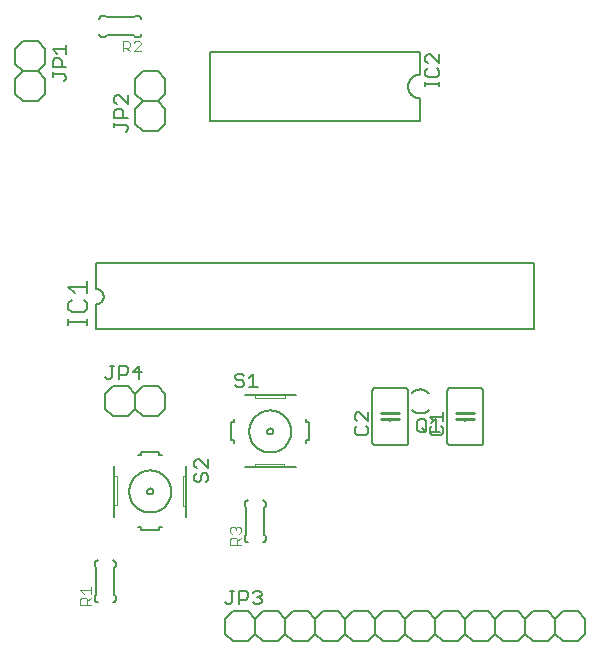
<source format=gto>
G75*
%MOIN*%
%OFA0B0*%
%FSLAX25Y25*%
%IPPOS*%
%LPD*%
%AMOC8*
5,1,8,0,0,1.08239X$1,22.5*
%
%ADD10C,0.00600*%
%ADD11C,0.01000*%
%ADD12C,0.00500*%
%ADD13C,0.00700*%
%ADD14C,0.00400*%
%ADD15C,0.00200*%
D10*
X0043300Y0040800D02*
X0043300Y0041800D01*
X0043800Y0042300D01*
X0043800Y0051300D01*
X0043300Y0051800D01*
X0043300Y0052800D01*
X0043302Y0052860D01*
X0043307Y0052921D01*
X0043316Y0052980D01*
X0043329Y0053039D01*
X0043345Y0053098D01*
X0043365Y0053155D01*
X0043388Y0053210D01*
X0043415Y0053265D01*
X0043444Y0053317D01*
X0043477Y0053368D01*
X0043513Y0053417D01*
X0043551Y0053463D01*
X0043593Y0053507D01*
X0043637Y0053549D01*
X0043683Y0053587D01*
X0043732Y0053623D01*
X0043783Y0053656D01*
X0043835Y0053685D01*
X0043890Y0053712D01*
X0043945Y0053735D01*
X0044002Y0053755D01*
X0044061Y0053771D01*
X0044120Y0053784D01*
X0044179Y0053793D01*
X0044240Y0053798D01*
X0044300Y0053800D01*
X0049300Y0053800D02*
X0049360Y0053798D01*
X0049421Y0053793D01*
X0049480Y0053784D01*
X0049539Y0053771D01*
X0049598Y0053755D01*
X0049655Y0053735D01*
X0049710Y0053712D01*
X0049765Y0053685D01*
X0049817Y0053656D01*
X0049868Y0053623D01*
X0049917Y0053587D01*
X0049963Y0053549D01*
X0050007Y0053507D01*
X0050049Y0053463D01*
X0050087Y0053417D01*
X0050123Y0053368D01*
X0050156Y0053317D01*
X0050185Y0053265D01*
X0050212Y0053210D01*
X0050235Y0053155D01*
X0050255Y0053098D01*
X0050271Y0053039D01*
X0050284Y0052980D01*
X0050293Y0052921D01*
X0050298Y0052860D01*
X0050300Y0052800D01*
X0050300Y0051800D01*
X0049800Y0051300D01*
X0049800Y0042300D01*
X0050300Y0041800D01*
X0050300Y0040800D01*
X0050298Y0040740D01*
X0050293Y0040679D01*
X0050284Y0040620D01*
X0050271Y0040561D01*
X0050255Y0040502D01*
X0050235Y0040445D01*
X0050212Y0040390D01*
X0050185Y0040335D01*
X0050156Y0040283D01*
X0050123Y0040232D01*
X0050087Y0040183D01*
X0050049Y0040137D01*
X0050007Y0040093D01*
X0049963Y0040051D01*
X0049917Y0040013D01*
X0049868Y0039977D01*
X0049817Y0039944D01*
X0049765Y0039915D01*
X0049710Y0039888D01*
X0049655Y0039865D01*
X0049598Y0039845D01*
X0049539Y0039829D01*
X0049480Y0039816D01*
X0049421Y0039807D01*
X0049360Y0039802D01*
X0049300Y0039800D01*
X0044300Y0039800D02*
X0044240Y0039802D01*
X0044179Y0039807D01*
X0044120Y0039816D01*
X0044061Y0039829D01*
X0044002Y0039845D01*
X0043945Y0039865D01*
X0043890Y0039888D01*
X0043835Y0039915D01*
X0043783Y0039944D01*
X0043732Y0039977D01*
X0043683Y0040013D01*
X0043637Y0040051D01*
X0043593Y0040093D01*
X0043551Y0040137D01*
X0043513Y0040183D01*
X0043477Y0040232D01*
X0043444Y0040283D01*
X0043415Y0040335D01*
X0043388Y0040390D01*
X0043365Y0040445D01*
X0043345Y0040502D01*
X0043329Y0040561D01*
X0043316Y0040620D01*
X0043307Y0040679D01*
X0043302Y0040740D01*
X0043300Y0040800D01*
X0058800Y0063800D02*
X0064800Y0063800D01*
X0064800Y0064800D01*
X0065800Y0064800D01*
X0058800Y0064800D02*
X0058800Y0063800D01*
X0058800Y0064800D02*
X0057800Y0064800D01*
X0049800Y0068300D02*
X0049800Y0072300D01*
X0049800Y0081800D01*
X0049800Y0085300D01*
X0057800Y0088800D02*
X0058800Y0088800D01*
X0058800Y0089800D01*
X0064800Y0089800D01*
X0064800Y0088800D01*
X0065800Y0088800D01*
X0073800Y0085300D02*
X0073800Y0081800D01*
X0073800Y0071800D01*
X0073800Y0068300D01*
X0060800Y0076800D02*
X0060802Y0076863D01*
X0060808Y0076925D01*
X0060818Y0076987D01*
X0060831Y0077049D01*
X0060849Y0077109D01*
X0060870Y0077168D01*
X0060895Y0077226D01*
X0060924Y0077282D01*
X0060956Y0077336D01*
X0060991Y0077388D01*
X0061029Y0077437D01*
X0061071Y0077485D01*
X0061115Y0077529D01*
X0061163Y0077571D01*
X0061212Y0077609D01*
X0061264Y0077644D01*
X0061318Y0077676D01*
X0061374Y0077705D01*
X0061432Y0077730D01*
X0061491Y0077751D01*
X0061551Y0077769D01*
X0061613Y0077782D01*
X0061675Y0077792D01*
X0061737Y0077798D01*
X0061800Y0077800D01*
X0061863Y0077798D01*
X0061925Y0077792D01*
X0061987Y0077782D01*
X0062049Y0077769D01*
X0062109Y0077751D01*
X0062168Y0077730D01*
X0062226Y0077705D01*
X0062282Y0077676D01*
X0062336Y0077644D01*
X0062388Y0077609D01*
X0062437Y0077571D01*
X0062485Y0077529D01*
X0062529Y0077485D01*
X0062571Y0077437D01*
X0062609Y0077388D01*
X0062644Y0077336D01*
X0062676Y0077282D01*
X0062705Y0077226D01*
X0062730Y0077168D01*
X0062751Y0077109D01*
X0062769Y0077049D01*
X0062782Y0076987D01*
X0062792Y0076925D01*
X0062798Y0076863D01*
X0062800Y0076800D01*
X0062798Y0076737D01*
X0062792Y0076675D01*
X0062782Y0076613D01*
X0062769Y0076551D01*
X0062751Y0076491D01*
X0062730Y0076432D01*
X0062705Y0076374D01*
X0062676Y0076318D01*
X0062644Y0076264D01*
X0062609Y0076212D01*
X0062571Y0076163D01*
X0062529Y0076115D01*
X0062485Y0076071D01*
X0062437Y0076029D01*
X0062388Y0075991D01*
X0062336Y0075956D01*
X0062282Y0075924D01*
X0062226Y0075895D01*
X0062168Y0075870D01*
X0062109Y0075849D01*
X0062049Y0075831D01*
X0061987Y0075818D01*
X0061925Y0075808D01*
X0061863Y0075802D01*
X0061800Y0075800D01*
X0061737Y0075802D01*
X0061675Y0075808D01*
X0061613Y0075818D01*
X0061551Y0075831D01*
X0061491Y0075849D01*
X0061432Y0075870D01*
X0061374Y0075895D01*
X0061318Y0075924D01*
X0061264Y0075956D01*
X0061212Y0075991D01*
X0061163Y0076029D01*
X0061115Y0076071D01*
X0061071Y0076115D01*
X0061029Y0076163D01*
X0060991Y0076212D01*
X0060956Y0076264D01*
X0060924Y0076318D01*
X0060895Y0076374D01*
X0060870Y0076432D01*
X0060849Y0076491D01*
X0060831Y0076551D01*
X0060818Y0076613D01*
X0060808Y0076675D01*
X0060802Y0076737D01*
X0060800Y0076800D01*
X0054800Y0076800D02*
X0054802Y0076972D01*
X0054808Y0077143D01*
X0054819Y0077315D01*
X0054834Y0077486D01*
X0054853Y0077657D01*
X0054876Y0077827D01*
X0054903Y0077997D01*
X0054935Y0078166D01*
X0054970Y0078334D01*
X0055010Y0078501D01*
X0055054Y0078667D01*
X0055101Y0078832D01*
X0055153Y0078996D01*
X0055209Y0079158D01*
X0055269Y0079319D01*
X0055333Y0079479D01*
X0055401Y0079637D01*
X0055472Y0079793D01*
X0055547Y0079947D01*
X0055627Y0080100D01*
X0055709Y0080250D01*
X0055796Y0080399D01*
X0055886Y0080545D01*
X0055980Y0080689D01*
X0056077Y0080831D01*
X0056178Y0080970D01*
X0056282Y0081107D01*
X0056389Y0081241D01*
X0056500Y0081372D01*
X0056613Y0081501D01*
X0056730Y0081627D01*
X0056850Y0081750D01*
X0056973Y0081870D01*
X0057099Y0081987D01*
X0057228Y0082100D01*
X0057359Y0082211D01*
X0057493Y0082318D01*
X0057630Y0082422D01*
X0057769Y0082523D01*
X0057911Y0082620D01*
X0058055Y0082714D01*
X0058201Y0082804D01*
X0058350Y0082891D01*
X0058500Y0082973D01*
X0058653Y0083053D01*
X0058807Y0083128D01*
X0058963Y0083199D01*
X0059121Y0083267D01*
X0059281Y0083331D01*
X0059442Y0083391D01*
X0059604Y0083447D01*
X0059768Y0083499D01*
X0059933Y0083546D01*
X0060099Y0083590D01*
X0060266Y0083630D01*
X0060434Y0083665D01*
X0060603Y0083697D01*
X0060773Y0083724D01*
X0060943Y0083747D01*
X0061114Y0083766D01*
X0061285Y0083781D01*
X0061457Y0083792D01*
X0061628Y0083798D01*
X0061800Y0083800D01*
X0061972Y0083798D01*
X0062143Y0083792D01*
X0062315Y0083781D01*
X0062486Y0083766D01*
X0062657Y0083747D01*
X0062827Y0083724D01*
X0062997Y0083697D01*
X0063166Y0083665D01*
X0063334Y0083630D01*
X0063501Y0083590D01*
X0063667Y0083546D01*
X0063832Y0083499D01*
X0063996Y0083447D01*
X0064158Y0083391D01*
X0064319Y0083331D01*
X0064479Y0083267D01*
X0064637Y0083199D01*
X0064793Y0083128D01*
X0064947Y0083053D01*
X0065100Y0082973D01*
X0065250Y0082891D01*
X0065399Y0082804D01*
X0065545Y0082714D01*
X0065689Y0082620D01*
X0065831Y0082523D01*
X0065970Y0082422D01*
X0066107Y0082318D01*
X0066241Y0082211D01*
X0066372Y0082100D01*
X0066501Y0081987D01*
X0066627Y0081870D01*
X0066750Y0081750D01*
X0066870Y0081627D01*
X0066987Y0081501D01*
X0067100Y0081372D01*
X0067211Y0081241D01*
X0067318Y0081107D01*
X0067422Y0080970D01*
X0067523Y0080831D01*
X0067620Y0080689D01*
X0067714Y0080545D01*
X0067804Y0080399D01*
X0067891Y0080250D01*
X0067973Y0080100D01*
X0068053Y0079947D01*
X0068128Y0079793D01*
X0068199Y0079637D01*
X0068267Y0079479D01*
X0068331Y0079319D01*
X0068391Y0079158D01*
X0068447Y0078996D01*
X0068499Y0078832D01*
X0068546Y0078667D01*
X0068590Y0078501D01*
X0068630Y0078334D01*
X0068665Y0078166D01*
X0068697Y0077997D01*
X0068724Y0077827D01*
X0068747Y0077657D01*
X0068766Y0077486D01*
X0068781Y0077315D01*
X0068792Y0077143D01*
X0068798Y0076972D01*
X0068800Y0076800D01*
X0068798Y0076628D01*
X0068792Y0076457D01*
X0068781Y0076285D01*
X0068766Y0076114D01*
X0068747Y0075943D01*
X0068724Y0075773D01*
X0068697Y0075603D01*
X0068665Y0075434D01*
X0068630Y0075266D01*
X0068590Y0075099D01*
X0068546Y0074933D01*
X0068499Y0074768D01*
X0068447Y0074604D01*
X0068391Y0074442D01*
X0068331Y0074281D01*
X0068267Y0074121D01*
X0068199Y0073963D01*
X0068128Y0073807D01*
X0068053Y0073653D01*
X0067973Y0073500D01*
X0067891Y0073350D01*
X0067804Y0073201D01*
X0067714Y0073055D01*
X0067620Y0072911D01*
X0067523Y0072769D01*
X0067422Y0072630D01*
X0067318Y0072493D01*
X0067211Y0072359D01*
X0067100Y0072228D01*
X0066987Y0072099D01*
X0066870Y0071973D01*
X0066750Y0071850D01*
X0066627Y0071730D01*
X0066501Y0071613D01*
X0066372Y0071500D01*
X0066241Y0071389D01*
X0066107Y0071282D01*
X0065970Y0071178D01*
X0065831Y0071077D01*
X0065689Y0070980D01*
X0065545Y0070886D01*
X0065399Y0070796D01*
X0065250Y0070709D01*
X0065100Y0070627D01*
X0064947Y0070547D01*
X0064793Y0070472D01*
X0064637Y0070401D01*
X0064479Y0070333D01*
X0064319Y0070269D01*
X0064158Y0070209D01*
X0063996Y0070153D01*
X0063832Y0070101D01*
X0063667Y0070054D01*
X0063501Y0070010D01*
X0063334Y0069970D01*
X0063166Y0069935D01*
X0062997Y0069903D01*
X0062827Y0069876D01*
X0062657Y0069853D01*
X0062486Y0069834D01*
X0062315Y0069819D01*
X0062143Y0069808D01*
X0061972Y0069802D01*
X0061800Y0069800D01*
X0061628Y0069802D01*
X0061457Y0069808D01*
X0061285Y0069819D01*
X0061114Y0069834D01*
X0060943Y0069853D01*
X0060773Y0069876D01*
X0060603Y0069903D01*
X0060434Y0069935D01*
X0060266Y0069970D01*
X0060099Y0070010D01*
X0059933Y0070054D01*
X0059768Y0070101D01*
X0059604Y0070153D01*
X0059442Y0070209D01*
X0059281Y0070269D01*
X0059121Y0070333D01*
X0058963Y0070401D01*
X0058807Y0070472D01*
X0058653Y0070547D01*
X0058500Y0070627D01*
X0058350Y0070709D01*
X0058201Y0070796D01*
X0058055Y0070886D01*
X0057911Y0070980D01*
X0057769Y0071077D01*
X0057630Y0071178D01*
X0057493Y0071282D01*
X0057359Y0071389D01*
X0057228Y0071500D01*
X0057099Y0071613D01*
X0056973Y0071730D01*
X0056850Y0071850D01*
X0056730Y0071973D01*
X0056613Y0072099D01*
X0056500Y0072228D01*
X0056389Y0072359D01*
X0056282Y0072493D01*
X0056178Y0072630D01*
X0056077Y0072769D01*
X0055980Y0072911D01*
X0055886Y0073055D01*
X0055796Y0073201D01*
X0055709Y0073350D01*
X0055627Y0073500D01*
X0055547Y0073653D01*
X0055472Y0073807D01*
X0055401Y0073963D01*
X0055333Y0074121D01*
X0055269Y0074281D01*
X0055209Y0074442D01*
X0055153Y0074604D01*
X0055101Y0074768D01*
X0055054Y0074933D01*
X0055010Y0075099D01*
X0054970Y0075266D01*
X0054935Y0075434D01*
X0054903Y0075603D01*
X0054876Y0075773D01*
X0054853Y0075943D01*
X0054834Y0076114D01*
X0054819Y0076285D01*
X0054808Y0076457D01*
X0054802Y0076628D01*
X0054800Y0076800D01*
X0054300Y0101800D02*
X0049300Y0101800D01*
X0046800Y0104300D01*
X0046800Y0109300D01*
X0049300Y0111800D01*
X0054300Y0111800D01*
X0056800Y0109300D01*
X0059300Y0111800D01*
X0064300Y0111800D01*
X0066800Y0109300D01*
X0066800Y0104300D01*
X0064300Y0101800D01*
X0059300Y0101800D01*
X0056800Y0104300D01*
X0054300Y0101800D01*
X0056800Y0104300D02*
X0056800Y0109300D01*
X0043800Y0130800D02*
X0189800Y0130800D01*
X0189800Y0152800D01*
X0043800Y0152800D01*
X0043800Y0144300D01*
X0043898Y0144298D01*
X0043996Y0144292D01*
X0044094Y0144283D01*
X0044191Y0144269D01*
X0044288Y0144252D01*
X0044384Y0144231D01*
X0044479Y0144206D01*
X0044573Y0144178D01*
X0044665Y0144145D01*
X0044757Y0144110D01*
X0044847Y0144070D01*
X0044935Y0144028D01*
X0045022Y0143981D01*
X0045106Y0143932D01*
X0045189Y0143879D01*
X0045269Y0143823D01*
X0045348Y0143763D01*
X0045424Y0143701D01*
X0045497Y0143636D01*
X0045568Y0143568D01*
X0045636Y0143497D01*
X0045701Y0143424D01*
X0045763Y0143348D01*
X0045823Y0143269D01*
X0045879Y0143189D01*
X0045932Y0143106D01*
X0045981Y0143022D01*
X0046028Y0142935D01*
X0046070Y0142847D01*
X0046110Y0142757D01*
X0046145Y0142665D01*
X0046178Y0142573D01*
X0046206Y0142479D01*
X0046231Y0142384D01*
X0046252Y0142288D01*
X0046269Y0142191D01*
X0046283Y0142094D01*
X0046292Y0141996D01*
X0046298Y0141898D01*
X0046300Y0141800D01*
X0046298Y0141702D01*
X0046292Y0141604D01*
X0046283Y0141506D01*
X0046269Y0141409D01*
X0046252Y0141312D01*
X0046231Y0141216D01*
X0046206Y0141121D01*
X0046178Y0141027D01*
X0046145Y0140935D01*
X0046110Y0140843D01*
X0046070Y0140753D01*
X0046028Y0140665D01*
X0045981Y0140578D01*
X0045932Y0140494D01*
X0045879Y0140411D01*
X0045823Y0140331D01*
X0045763Y0140252D01*
X0045701Y0140176D01*
X0045636Y0140103D01*
X0045568Y0140032D01*
X0045497Y0139964D01*
X0045424Y0139899D01*
X0045348Y0139837D01*
X0045269Y0139777D01*
X0045189Y0139721D01*
X0045106Y0139668D01*
X0045022Y0139619D01*
X0044935Y0139572D01*
X0044847Y0139530D01*
X0044757Y0139490D01*
X0044665Y0139455D01*
X0044573Y0139422D01*
X0044479Y0139394D01*
X0044384Y0139369D01*
X0044288Y0139348D01*
X0044191Y0139331D01*
X0044094Y0139317D01*
X0043996Y0139308D01*
X0043898Y0139302D01*
X0043800Y0139300D01*
X0043800Y0130800D01*
X0088800Y0099800D02*
X0088800Y0093800D01*
X0089800Y0093800D01*
X0089800Y0092800D01*
X0089800Y0099800D02*
X0088800Y0099800D01*
X0089800Y0099800D02*
X0089800Y0100800D01*
X0093300Y0108800D02*
X0096800Y0108800D01*
X0106800Y0108800D01*
X0110300Y0108800D01*
X0113800Y0100800D02*
X0113800Y0099800D01*
X0114800Y0099800D01*
X0114800Y0093800D01*
X0113800Y0093800D01*
X0113800Y0092800D01*
X0110300Y0084800D02*
X0106300Y0084800D01*
X0096800Y0084800D01*
X0093300Y0084800D01*
X0093300Y0072800D02*
X0093300Y0071800D01*
X0093800Y0071300D01*
X0093800Y0062300D01*
X0093300Y0061800D01*
X0093300Y0060800D01*
X0093302Y0060740D01*
X0093307Y0060679D01*
X0093316Y0060620D01*
X0093329Y0060561D01*
X0093345Y0060502D01*
X0093365Y0060445D01*
X0093388Y0060390D01*
X0093415Y0060335D01*
X0093444Y0060283D01*
X0093477Y0060232D01*
X0093513Y0060183D01*
X0093551Y0060137D01*
X0093593Y0060093D01*
X0093637Y0060051D01*
X0093683Y0060013D01*
X0093732Y0059977D01*
X0093783Y0059944D01*
X0093835Y0059915D01*
X0093890Y0059888D01*
X0093945Y0059865D01*
X0094002Y0059845D01*
X0094061Y0059829D01*
X0094120Y0059816D01*
X0094179Y0059807D01*
X0094240Y0059802D01*
X0094300Y0059800D01*
X0099300Y0059800D02*
X0099360Y0059802D01*
X0099421Y0059807D01*
X0099480Y0059816D01*
X0099539Y0059829D01*
X0099598Y0059845D01*
X0099655Y0059865D01*
X0099710Y0059888D01*
X0099765Y0059915D01*
X0099817Y0059944D01*
X0099868Y0059977D01*
X0099917Y0060013D01*
X0099963Y0060051D01*
X0100007Y0060093D01*
X0100049Y0060137D01*
X0100087Y0060183D01*
X0100123Y0060232D01*
X0100156Y0060283D01*
X0100185Y0060335D01*
X0100212Y0060390D01*
X0100235Y0060445D01*
X0100255Y0060502D01*
X0100271Y0060561D01*
X0100284Y0060620D01*
X0100293Y0060679D01*
X0100298Y0060740D01*
X0100300Y0060800D01*
X0100300Y0061800D01*
X0099800Y0062300D01*
X0099800Y0071300D01*
X0100300Y0071800D01*
X0100300Y0072800D01*
X0100298Y0072860D01*
X0100293Y0072921D01*
X0100284Y0072980D01*
X0100271Y0073039D01*
X0100255Y0073098D01*
X0100235Y0073155D01*
X0100212Y0073210D01*
X0100185Y0073265D01*
X0100156Y0073317D01*
X0100123Y0073368D01*
X0100087Y0073417D01*
X0100049Y0073463D01*
X0100007Y0073507D01*
X0099963Y0073549D01*
X0099917Y0073587D01*
X0099868Y0073623D01*
X0099817Y0073656D01*
X0099765Y0073685D01*
X0099710Y0073712D01*
X0099655Y0073735D01*
X0099598Y0073755D01*
X0099539Y0073771D01*
X0099480Y0073784D01*
X0099421Y0073793D01*
X0099360Y0073798D01*
X0099300Y0073800D01*
X0094300Y0073800D02*
X0094240Y0073798D01*
X0094179Y0073793D01*
X0094120Y0073784D01*
X0094061Y0073771D01*
X0094002Y0073755D01*
X0093945Y0073735D01*
X0093890Y0073712D01*
X0093835Y0073685D01*
X0093783Y0073656D01*
X0093732Y0073623D01*
X0093683Y0073587D01*
X0093637Y0073549D01*
X0093593Y0073507D01*
X0093551Y0073463D01*
X0093513Y0073417D01*
X0093477Y0073368D01*
X0093444Y0073317D01*
X0093415Y0073265D01*
X0093388Y0073210D01*
X0093365Y0073155D01*
X0093345Y0073098D01*
X0093329Y0073039D01*
X0093316Y0072980D01*
X0093307Y0072921D01*
X0093302Y0072860D01*
X0093300Y0072800D01*
X0100800Y0096800D02*
X0100802Y0096863D01*
X0100808Y0096925D01*
X0100818Y0096987D01*
X0100831Y0097049D01*
X0100849Y0097109D01*
X0100870Y0097168D01*
X0100895Y0097226D01*
X0100924Y0097282D01*
X0100956Y0097336D01*
X0100991Y0097388D01*
X0101029Y0097437D01*
X0101071Y0097485D01*
X0101115Y0097529D01*
X0101163Y0097571D01*
X0101212Y0097609D01*
X0101264Y0097644D01*
X0101318Y0097676D01*
X0101374Y0097705D01*
X0101432Y0097730D01*
X0101491Y0097751D01*
X0101551Y0097769D01*
X0101613Y0097782D01*
X0101675Y0097792D01*
X0101737Y0097798D01*
X0101800Y0097800D01*
X0101863Y0097798D01*
X0101925Y0097792D01*
X0101987Y0097782D01*
X0102049Y0097769D01*
X0102109Y0097751D01*
X0102168Y0097730D01*
X0102226Y0097705D01*
X0102282Y0097676D01*
X0102336Y0097644D01*
X0102388Y0097609D01*
X0102437Y0097571D01*
X0102485Y0097529D01*
X0102529Y0097485D01*
X0102571Y0097437D01*
X0102609Y0097388D01*
X0102644Y0097336D01*
X0102676Y0097282D01*
X0102705Y0097226D01*
X0102730Y0097168D01*
X0102751Y0097109D01*
X0102769Y0097049D01*
X0102782Y0096987D01*
X0102792Y0096925D01*
X0102798Y0096863D01*
X0102800Y0096800D01*
X0102798Y0096737D01*
X0102792Y0096675D01*
X0102782Y0096613D01*
X0102769Y0096551D01*
X0102751Y0096491D01*
X0102730Y0096432D01*
X0102705Y0096374D01*
X0102676Y0096318D01*
X0102644Y0096264D01*
X0102609Y0096212D01*
X0102571Y0096163D01*
X0102529Y0096115D01*
X0102485Y0096071D01*
X0102437Y0096029D01*
X0102388Y0095991D01*
X0102336Y0095956D01*
X0102282Y0095924D01*
X0102226Y0095895D01*
X0102168Y0095870D01*
X0102109Y0095849D01*
X0102049Y0095831D01*
X0101987Y0095818D01*
X0101925Y0095808D01*
X0101863Y0095802D01*
X0101800Y0095800D01*
X0101737Y0095802D01*
X0101675Y0095808D01*
X0101613Y0095818D01*
X0101551Y0095831D01*
X0101491Y0095849D01*
X0101432Y0095870D01*
X0101374Y0095895D01*
X0101318Y0095924D01*
X0101264Y0095956D01*
X0101212Y0095991D01*
X0101163Y0096029D01*
X0101115Y0096071D01*
X0101071Y0096115D01*
X0101029Y0096163D01*
X0100991Y0096212D01*
X0100956Y0096264D01*
X0100924Y0096318D01*
X0100895Y0096374D01*
X0100870Y0096432D01*
X0100849Y0096491D01*
X0100831Y0096551D01*
X0100818Y0096613D01*
X0100808Y0096675D01*
X0100802Y0096737D01*
X0100800Y0096800D01*
X0094800Y0096800D02*
X0094802Y0096972D01*
X0094808Y0097143D01*
X0094819Y0097315D01*
X0094834Y0097486D01*
X0094853Y0097657D01*
X0094876Y0097827D01*
X0094903Y0097997D01*
X0094935Y0098166D01*
X0094970Y0098334D01*
X0095010Y0098501D01*
X0095054Y0098667D01*
X0095101Y0098832D01*
X0095153Y0098996D01*
X0095209Y0099158D01*
X0095269Y0099319D01*
X0095333Y0099479D01*
X0095401Y0099637D01*
X0095472Y0099793D01*
X0095547Y0099947D01*
X0095627Y0100100D01*
X0095709Y0100250D01*
X0095796Y0100399D01*
X0095886Y0100545D01*
X0095980Y0100689D01*
X0096077Y0100831D01*
X0096178Y0100970D01*
X0096282Y0101107D01*
X0096389Y0101241D01*
X0096500Y0101372D01*
X0096613Y0101501D01*
X0096730Y0101627D01*
X0096850Y0101750D01*
X0096973Y0101870D01*
X0097099Y0101987D01*
X0097228Y0102100D01*
X0097359Y0102211D01*
X0097493Y0102318D01*
X0097630Y0102422D01*
X0097769Y0102523D01*
X0097911Y0102620D01*
X0098055Y0102714D01*
X0098201Y0102804D01*
X0098350Y0102891D01*
X0098500Y0102973D01*
X0098653Y0103053D01*
X0098807Y0103128D01*
X0098963Y0103199D01*
X0099121Y0103267D01*
X0099281Y0103331D01*
X0099442Y0103391D01*
X0099604Y0103447D01*
X0099768Y0103499D01*
X0099933Y0103546D01*
X0100099Y0103590D01*
X0100266Y0103630D01*
X0100434Y0103665D01*
X0100603Y0103697D01*
X0100773Y0103724D01*
X0100943Y0103747D01*
X0101114Y0103766D01*
X0101285Y0103781D01*
X0101457Y0103792D01*
X0101628Y0103798D01*
X0101800Y0103800D01*
X0101972Y0103798D01*
X0102143Y0103792D01*
X0102315Y0103781D01*
X0102486Y0103766D01*
X0102657Y0103747D01*
X0102827Y0103724D01*
X0102997Y0103697D01*
X0103166Y0103665D01*
X0103334Y0103630D01*
X0103501Y0103590D01*
X0103667Y0103546D01*
X0103832Y0103499D01*
X0103996Y0103447D01*
X0104158Y0103391D01*
X0104319Y0103331D01*
X0104479Y0103267D01*
X0104637Y0103199D01*
X0104793Y0103128D01*
X0104947Y0103053D01*
X0105100Y0102973D01*
X0105250Y0102891D01*
X0105399Y0102804D01*
X0105545Y0102714D01*
X0105689Y0102620D01*
X0105831Y0102523D01*
X0105970Y0102422D01*
X0106107Y0102318D01*
X0106241Y0102211D01*
X0106372Y0102100D01*
X0106501Y0101987D01*
X0106627Y0101870D01*
X0106750Y0101750D01*
X0106870Y0101627D01*
X0106987Y0101501D01*
X0107100Y0101372D01*
X0107211Y0101241D01*
X0107318Y0101107D01*
X0107422Y0100970D01*
X0107523Y0100831D01*
X0107620Y0100689D01*
X0107714Y0100545D01*
X0107804Y0100399D01*
X0107891Y0100250D01*
X0107973Y0100100D01*
X0108053Y0099947D01*
X0108128Y0099793D01*
X0108199Y0099637D01*
X0108267Y0099479D01*
X0108331Y0099319D01*
X0108391Y0099158D01*
X0108447Y0098996D01*
X0108499Y0098832D01*
X0108546Y0098667D01*
X0108590Y0098501D01*
X0108630Y0098334D01*
X0108665Y0098166D01*
X0108697Y0097997D01*
X0108724Y0097827D01*
X0108747Y0097657D01*
X0108766Y0097486D01*
X0108781Y0097315D01*
X0108792Y0097143D01*
X0108798Y0096972D01*
X0108800Y0096800D01*
X0108798Y0096628D01*
X0108792Y0096457D01*
X0108781Y0096285D01*
X0108766Y0096114D01*
X0108747Y0095943D01*
X0108724Y0095773D01*
X0108697Y0095603D01*
X0108665Y0095434D01*
X0108630Y0095266D01*
X0108590Y0095099D01*
X0108546Y0094933D01*
X0108499Y0094768D01*
X0108447Y0094604D01*
X0108391Y0094442D01*
X0108331Y0094281D01*
X0108267Y0094121D01*
X0108199Y0093963D01*
X0108128Y0093807D01*
X0108053Y0093653D01*
X0107973Y0093500D01*
X0107891Y0093350D01*
X0107804Y0093201D01*
X0107714Y0093055D01*
X0107620Y0092911D01*
X0107523Y0092769D01*
X0107422Y0092630D01*
X0107318Y0092493D01*
X0107211Y0092359D01*
X0107100Y0092228D01*
X0106987Y0092099D01*
X0106870Y0091973D01*
X0106750Y0091850D01*
X0106627Y0091730D01*
X0106501Y0091613D01*
X0106372Y0091500D01*
X0106241Y0091389D01*
X0106107Y0091282D01*
X0105970Y0091178D01*
X0105831Y0091077D01*
X0105689Y0090980D01*
X0105545Y0090886D01*
X0105399Y0090796D01*
X0105250Y0090709D01*
X0105100Y0090627D01*
X0104947Y0090547D01*
X0104793Y0090472D01*
X0104637Y0090401D01*
X0104479Y0090333D01*
X0104319Y0090269D01*
X0104158Y0090209D01*
X0103996Y0090153D01*
X0103832Y0090101D01*
X0103667Y0090054D01*
X0103501Y0090010D01*
X0103334Y0089970D01*
X0103166Y0089935D01*
X0102997Y0089903D01*
X0102827Y0089876D01*
X0102657Y0089853D01*
X0102486Y0089834D01*
X0102315Y0089819D01*
X0102143Y0089808D01*
X0101972Y0089802D01*
X0101800Y0089800D01*
X0101628Y0089802D01*
X0101457Y0089808D01*
X0101285Y0089819D01*
X0101114Y0089834D01*
X0100943Y0089853D01*
X0100773Y0089876D01*
X0100603Y0089903D01*
X0100434Y0089935D01*
X0100266Y0089970D01*
X0100099Y0090010D01*
X0099933Y0090054D01*
X0099768Y0090101D01*
X0099604Y0090153D01*
X0099442Y0090209D01*
X0099281Y0090269D01*
X0099121Y0090333D01*
X0098963Y0090401D01*
X0098807Y0090472D01*
X0098653Y0090547D01*
X0098500Y0090627D01*
X0098350Y0090709D01*
X0098201Y0090796D01*
X0098055Y0090886D01*
X0097911Y0090980D01*
X0097769Y0091077D01*
X0097630Y0091178D01*
X0097493Y0091282D01*
X0097359Y0091389D01*
X0097228Y0091500D01*
X0097099Y0091613D01*
X0096973Y0091730D01*
X0096850Y0091850D01*
X0096730Y0091973D01*
X0096613Y0092099D01*
X0096500Y0092228D01*
X0096389Y0092359D01*
X0096282Y0092493D01*
X0096178Y0092630D01*
X0096077Y0092769D01*
X0095980Y0092911D01*
X0095886Y0093055D01*
X0095796Y0093201D01*
X0095709Y0093350D01*
X0095627Y0093500D01*
X0095547Y0093653D01*
X0095472Y0093807D01*
X0095401Y0093963D01*
X0095333Y0094121D01*
X0095269Y0094281D01*
X0095209Y0094442D01*
X0095153Y0094604D01*
X0095101Y0094768D01*
X0095054Y0094933D01*
X0095010Y0095099D01*
X0094970Y0095266D01*
X0094935Y0095434D01*
X0094903Y0095603D01*
X0094876Y0095773D01*
X0094853Y0095943D01*
X0094834Y0096114D01*
X0094819Y0096285D01*
X0094808Y0096457D01*
X0094802Y0096628D01*
X0094800Y0096800D01*
X0135800Y0093300D02*
X0135800Y0110300D01*
X0135802Y0110360D01*
X0135807Y0110421D01*
X0135816Y0110480D01*
X0135829Y0110539D01*
X0135845Y0110598D01*
X0135865Y0110655D01*
X0135888Y0110710D01*
X0135915Y0110765D01*
X0135944Y0110817D01*
X0135977Y0110868D01*
X0136013Y0110917D01*
X0136051Y0110963D01*
X0136093Y0111007D01*
X0136137Y0111049D01*
X0136183Y0111087D01*
X0136232Y0111123D01*
X0136283Y0111156D01*
X0136335Y0111185D01*
X0136390Y0111212D01*
X0136445Y0111235D01*
X0136502Y0111255D01*
X0136561Y0111271D01*
X0136620Y0111284D01*
X0136679Y0111293D01*
X0136740Y0111298D01*
X0136800Y0111300D01*
X0146800Y0111300D01*
X0146860Y0111298D01*
X0146921Y0111293D01*
X0146980Y0111284D01*
X0147039Y0111271D01*
X0147098Y0111255D01*
X0147155Y0111235D01*
X0147210Y0111212D01*
X0147265Y0111185D01*
X0147317Y0111156D01*
X0147368Y0111123D01*
X0147417Y0111087D01*
X0147463Y0111049D01*
X0147507Y0111007D01*
X0147549Y0110963D01*
X0147587Y0110917D01*
X0147623Y0110868D01*
X0147656Y0110817D01*
X0147685Y0110765D01*
X0147712Y0110710D01*
X0147735Y0110655D01*
X0147755Y0110598D01*
X0147771Y0110539D01*
X0147784Y0110480D01*
X0147793Y0110421D01*
X0147798Y0110360D01*
X0147800Y0110300D01*
X0147800Y0093300D01*
X0147798Y0093240D01*
X0147793Y0093179D01*
X0147784Y0093120D01*
X0147771Y0093061D01*
X0147755Y0093002D01*
X0147735Y0092945D01*
X0147712Y0092890D01*
X0147685Y0092835D01*
X0147656Y0092783D01*
X0147623Y0092732D01*
X0147587Y0092683D01*
X0147549Y0092637D01*
X0147507Y0092593D01*
X0147463Y0092551D01*
X0147417Y0092513D01*
X0147368Y0092477D01*
X0147317Y0092444D01*
X0147265Y0092415D01*
X0147210Y0092388D01*
X0147155Y0092365D01*
X0147098Y0092345D01*
X0147039Y0092329D01*
X0146980Y0092316D01*
X0146921Y0092307D01*
X0146860Y0092302D01*
X0146800Y0092300D01*
X0136800Y0092300D01*
X0136740Y0092302D01*
X0136679Y0092307D01*
X0136620Y0092316D01*
X0136561Y0092329D01*
X0136502Y0092345D01*
X0136445Y0092365D01*
X0136390Y0092388D01*
X0136335Y0092415D01*
X0136283Y0092444D01*
X0136232Y0092477D01*
X0136183Y0092513D01*
X0136137Y0092551D01*
X0136093Y0092593D01*
X0136051Y0092637D01*
X0136013Y0092683D01*
X0135977Y0092732D01*
X0135944Y0092783D01*
X0135915Y0092835D01*
X0135888Y0092890D01*
X0135865Y0092945D01*
X0135845Y0093002D01*
X0135829Y0093061D01*
X0135816Y0093120D01*
X0135807Y0093179D01*
X0135802Y0093240D01*
X0135800Y0093300D01*
X0141800Y0100300D02*
X0141800Y0100800D01*
X0141800Y0102800D02*
X0141800Y0103300D01*
X0151800Y0110800D02*
X0151926Y0110798D01*
X0152051Y0110792D01*
X0152177Y0110782D01*
X0152301Y0110768D01*
X0152426Y0110751D01*
X0152550Y0110729D01*
X0152673Y0110704D01*
X0152795Y0110674D01*
X0152916Y0110641D01*
X0153036Y0110604D01*
X0153155Y0110563D01*
X0153273Y0110519D01*
X0153389Y0110471D01*
X0153503Y0110419D01*
X0153616Y0110364D01*
X0153727Y0110305D01*
X0153836Y0110243D01*
X0153943Y0110177D01*
X0154048Y0110108D01*
X0154151Y0110036D01*
X0154252Y0109961D01*
X0154350Y0109882D01*
X0154445Y0109800D01*
X0154538Y0109716D01*
X0154629Y0109628D01*
X0151800Y0110800D02*
X0151674Y0110798D01*
X0151549Y0110792D01*
X0151423Y0110782D01*
X0151299Y0110768D01*
X0151174Y0110751D01*
X0151050Y0110729D01*
X0150927Y0110704D01*
X0150805Y0110674D01*
X0150684Y0110641D01*
X0150564Y0110604D01*
X0150445Y0110563D01*
X0150327Y0110519D01*
X0150211Y0110471D01*
X0150097Y0110419D01*
X0149984Y0110364D01*
X0149873Y0110305D01*
X0149764Y0110243D01*
X0149657Y0110177D01*
X0149552Y0110108D01*
X0149449Y0110036D01*
X0149348Y0109961D01*
X0149250Y0109882D01*
X0149155Y0109800D01*
X0149062Y0109716D01*
X0148971Y0109628D01*
X0151800Y0102800D02*
X0151926Y0102802D01*
X0152051Y0102808D01*
X0152177Y0102818D01*
X0152301Y0102832D01*
X0152426Y0102849D01*
X0152550Y0102871D01*
X0152673Y0102896D01*
X0152795Y0102926D01*
X0152916Y0102959D01*
X0153036Y0102996D01*
X0153155Y0103037D01*
X0153273Y0103081D01*
X0153389Y0103129D01*
X0153503Y0103181D01*
X0153616Y0103236D01*
X0153727Y0103295D01*
X0153836Y0103357D01*
X0153943Y0103423D01*
X0154048Y0103492D01*
X0154151Y0103564D01*
X0154252Y0103639D01*
X0154350Y0103718D01*
X0154445Y0103800D01*
X0154538Y0103884D01*
X0154629Y0103972D01*
X0151800Y0102800D02*
X0151674Y0102802D01*
X0151549Y0102808D01*
X0151423Y0102818D01*
X0151299Y0102832D01*
X0151174Y0102849D01*
X0151050Y0102871D01*
X0150927Y0102896D01*
X0150805Y0102926D01*
X0150684Y0102959D01*
X0150564Y0102996D01*
X0150445Y0103037D01*
X0150327Y0103081D01*
X0150211Y0103129D01*
X0150097Y0103181D01*
X0149984Y0103236D01*
X0149873Y0103295D01*
X0149764Y0103357D01*
X0149657Y0103423D01*
X0149552Y0103492D01*
X0149449Y0103564D01*
X0149348Y0103639D01*
X0149250Y0103718D01*
X0149155Y0103800D01*
X0149062Y0103884D01*
X0148971Y0103972D01*
X0160800Y0110300D02*
X0160800Y0093300D01*
X0160802Y0093240D01*
X0160807Y0093179D01*
X0160816Y0093120D01*
X0160829Y0093061D01*
X0160845Y0093002D01*
X0160865Y0092945D01*
X0160888Y0092890D01*
X0160915Y0092835D01*
X0160944Y0092783D01*
X0160977Y0092732D01*
X0161013Y0092683D01*
X0161051Y0092637D01*
X0161093Y0092593D01*
X0161137Y0092551D01*
X0161183Y0092513D01*
X0161232Y0092477D01*
X0161283Y0092444D01*
X0161335Y0092415D01*
X0161390Y0092388D01*
X0161445Y0092365D01*
X0161502Y0092345D01*
X0161561Y0092329D01*
X0161620Y0092316D01*
X0161679Y0092307D01*
X0161740Y0092302D01*
X0161800Y0092300D01*
X0171800Y0092300D01*
X0171860Y0092302D01*
X0171921Y0092307D01*
X0171980Y0092316D01*
X0172039Y0092329D01*
X0172098Y0092345D01*
X0172155Y0092365D01*
X0172210Y0092388D01*
X0172265Y0092415D01*
X0172317Y0092444D01*
X0172368Y0092477D01*
X0172417Y0092513D01*
X0172463Y0092551D01*
X0172507Y0092593D01*
X0172549Y0092637D01*
X0172587Y0092683D01*
X0172623Y0092732D01*
X0172656Y0092783D01*
X0172685Y0092835D01*
X0172712Y0092890D01*
X0172735Y0092945D01*
X0172755Y0093002D01*
X0172771Y0093061D01*
X0172784Y0093120D01*
X0172793Y0093179D01*
X0172798Y0093240D01*
X0172800Y0093300D01*
X0172800Y0110300D01*
X0172798Y0110360D01*
X0172793Y0110421D01*
X0172784Y0110480D01*
X0172771Y0110539D01*
X0172755Y0110598D01*
X0172735Y0110655D01*
X0172712Y0110710D01*
X0172685Y0110765D01*
X0172656Y0110817D01*
X0172623Y0110868D01*
X0172587Y0110917D01*
X0172549Y0110963D01*
X0172507Y0111007D01*
X0172463Y0111049D01*
X0172417Y0111087D01*
X0172368Y0111123D01*
X0172317Y0111156D01*
X0172265Y0111185D01*
X0172210Y0111212D01*
X0172155Y0111235D01*
X0172098Y0111255D01*
X0172039Y0111271D01*
X0171980Y0111284D01*
X0171921Y0111293D01*
X0171860Y0111298D01*
X0171800Y0111300D01*
X0161800Y0111300D01*
X0161740Y0111298D01*
X0161679Y0111293D01*
X0161620Y0111284D01*
X0161561Y0111271D01*
X0161502Y0111255D01*
X0161445Y0111235D01*
X0161390Y0111212D01*
X0161335Y0111185D01*
X0161283Y0111156D01*
X0161232Y0111123D01*
X0161183Y0111087D01*
X0161137Y0111049D01*
X0161093Y0111007D01*
X0161051Y0110963D01*
X0161013Y0110917D01*
X0160977Y0110868D01*
X0160944Y0110817D01*
X0160915Y0110765D01*
X0160888Y0110710D01*
X0160865Y0110655D01*
X0160845Y0110598D01*
X0160829Y0110539D01*
X0160816Y0110480D01*
X0160807Y0110421D01*
X0160802Y0110360D01*
X0160800Y0110300D01*
X0166800Y0103300D02*
X0166800Y0102800D01*
X0166800Y0100800D02*
X0166800Y0100300D01*
X0164300Y0036800D02*
X0159300Y0036800D01*
X0156800Y0034300D01*
X0156800Y0029300D01*
X0159300Y0026800D01*
X0164300Y0026800D01*
X0166800Y0029300D01*
X0166800Y0034300D01*
X0164300Y0036800D01*
X0166800Y0034300D02*
X0169300Y0036800D01*
X0174300Y0036800D01*
X0176800Y0034300D01*
X0179300Y0036800D01*
X0184300Y0036800D01*
X0186800Y0034300D01*
X0189300Y0036800D01*
X0194300Y0036800D01*
X0196800Y0034300D01*
X0199300Y0036800D01*
X0204300Y0036800D01*
X0206800Y0034300D01*
X0206800Y0029300D01*
X0204300Y0026800D01*
X0199300Y0026800D01*
X0196800Y0029300D01*
X0194300Y0026800D01*
X0189300Y0026800D01*
X0186800Y0029300D01*
X0184300Y0026800D01*
X0179300Y0026800D01*
X0176800Y0029300D01*
X0174300Y0026800D01*
X0169300Y0026800D01*
X0166800Y0029300D01*
X0156800Y0029300D02*
X0154300Y0026800D01*
X0149300Y0026800D01*
X0146800Y0029300D01*
X0144300Y0026800D01*
X0139300Y0026800D01*
X0136800Y0029300D01*
X0134300Y0026800D01*
X0129300Y0026800D01*
X0126800Y0029300D01*
X0124300Y0026800D01*
X0119300Y0026800D01*
X0116800Y0029300D01*
X0114300Y0026800D01*
X0109300Y0026800D01*
X0106800Y0029300D01*
X0104300Y0026800D01*
X0099300Y0026800D01*
X0096800Y0029300D01*
X0094300Y0026800D01*
X0089300Y0026800D01*
X0086800Y0029300D01*
X0086800Y0034300D01*
X0089300Y0036800D01*
X0094300Y0036800D01*
X0096800Y0034300D01*
X0099300Y0036800D01*
X0104300Y0036800D01*
X0106800Y0034300D01*
X0106800Y0029300D01*
X0106800Y0034300D02*
X0109300Y0036800D01*
X0114300Y0036800D01*
X0116800Y0034300D01*
X0119300Y0036800D01*
X0124300Y0036800D01*
X0126800Y0034300D01*
X0129300Y0036800D01*
X0134300Y0036800D01*
X0136800Y0034300D01*
X0136800Y0029300D01*
X0136800Y0034300D02*
X0139300Y0036800D01*
X0144300Y0036800D01*
X0146800Y0034300D01*
X0149300Y0036800D01*
X0154300Y0036800D01*
X0156800Y0034300D01*
X0146800Y0034300D02*
X0146800Y0029300D01*
X0126800Y0029300D02*
X0126800Y0034300D01*
X0116800Y0034300D02*
X0116800Y0029300D01*
X0096800Y0029300D02*
X0096800Y0034300D01*
X0176800Y0034300D02*
X0176800Y0029300D01*
X0186800Y0029300D02*
X0186800Y0034300D01*
X0196800Y0034300D02*
X0196800Y0029300D01*
X0064300Y0196800D02*
X0059300Y0196800D01*
X0056800Y0199300D01*
X0056800Y0204300D01*
X0059300Y0206800D01*
X0056800Y0209300D01*
X0056800Y0214300D01*
X0059300Y0216800D01*
X0064300Y0216800D01*
X0066800Y0214300D01*
X0066800Y0209300D01*
X0064300Y0206800D01*
X0066800Y0204300D01*
X0066800Y0199300D01*
X0064300Y0196800D01*
X0064300Y0206800D02*
X0059300Y0206800D01*
X0057800Y0228300D02*
X0056800Y0228300D01*
X0056300Y0228800D01*
X0047300Y0228800D01*
X0046800Y0228300D01*
X0045800Y0228300D01*
X0045740Y0228302D01*
X0045679Y0228307D01*
X0045620Y0228316D01*
X0045561Y0228329D01*
X0045502Y0228345D01*
X0045445Y0228365D01*
X0045390Y0228388D01*
X0045335Y0228415D01*
X0045283Y0228444D01*
X0045232Y0228477D01*
X0045183Y0228513D01*
X0045137Y0228551D01*
X0045093Y0228593D01*
X0045051Y0228637D01*
X0045013Y0228683D01*
X0044977Y0228732D01*
X0044944Y0228783D01*
X0044915Y0228835D01*
X0044888Y0228890D01*
X0044865Y0228945D01*
X0044845Y0229002D01*
X0044829Y0229061D01*
X0044816Y0229120D01*
X0044807Y0229179D01*
X0044802Y0229240D01*
X0044800Y0229300D01*
X0044800Y0234300D02*
X0044802Y0234360D01*
X0044807Y0234421D01*
X0044816Y0234480D01*
X0044829Y0234539D01*
X0044845Y0234598D01*
X0044865Y0234655D01*
X0044888Y0234710D01*
X0044915Y0234765D01*
X0044944Y0234817D01*
X0044977Y0234868D01*
X0045013Y0234917D01*
X0045051Y0234963D01*
X0045093Y0235007D01*
X0045137Y0235049D01*
X0045183Y0235087D01*
X0045232Y0235123D01*
X0045283Y0235156D01*
X0045335Y0235185D01*
X0045390Y0235212D01*
X0045445Y0235235D01*
X0045502Y0235255D01*
X0045561Y0235271D01*
X0045620Y0235284D01*
X0045679Y0235293D01*
X0045740Y0235298D01*
X0045800Y0235300D01*
X0046800Y0235300D01*
X0047300Y0234800D01*
X0056300Y0234800D01*
X0056800Y0235300D01*
X0057800Y0235300D01*
X0057860Y0235298D01*
X0057921Y0235293D01*
X0057980Y0235284D01*
X0058039Y0235271D01*
X0058098Y0235255D01*
X0058155Y0235235D01*
X0058210Y0235212D01*
X0058265Y0235185D01*
X0058317Y0235156D01*
X0058368Y0235123D01*
X0058417Y0235087D01*
X0058463Y0235049D01*
X0058507Y0235007D01*
X0058549Y0234963D01*
X0058587Y0234917D01*
X0058623Y0234868D01*
X0058656Y0234817D01*
X0058685Y0234765D01*
X0058712Y0234710D01*
X0058735Y0234655D01*
X0058755Y0234598D01*
X0058771Y0234539D01*
X0058784Y0234480D01*
X0058793Y0234421D01*
X0058798Y0234360D01*
X0058800Y0234300D01*
X0058800Y0229300D02*
X0058798Y0229240D01*
X0058793Y0229179D01*
X0058784Y0229120D01*
X0058771Y0229061D01*
X0058755Y0229002D01*
X0058735Y0228945D01*
X0058712Y0228890D01*
X0058685Y0228835D01*
X0058656Y0228783D01*
X0058623Y0228732D01*
X0058587Y0228683D01*
X0058549Y0228637D01*
X0058507Y0228593D01*
X0058463Y0228551D01*
X0058417Y0228513D01*
X0058368Y0228477D01*
X0058317Y0228444D01*
X0058265Y0228415D01*
X0058210Y0228388D01*
X0058155Y0228365D01*
X0058098Y0228345D01*
X0058039Y0228329D01*
X0057980Y0228316D01*
X0057921Y0228307D01*
X0057860Y0228302D01*
X0057800Y0228300D01*
X0081800Y0223300D02*
X0081800Y0200300D01*
X0151800Y0200300D01*
X0151800Y0207800D01*
X0151674Y0207802D01*
X0151549Y0207808D01*
X0151424Y0207818D01*
X0151299Y0207832D01*
X0151174Y0207849D01*
X0151050Y0207871D01*
X0150927Y0207896D01*
X0150805Y0207926D01*
X0150684Y0207959D01*
X0150564Y0207996D01*
X0150445Y0208036D01*
X0150328Y0208081D01*
X0150211Y0208129D01*
X0150097Y0208181D01*
X0149984Y0208236D01*
X0149873Y0208295D01*
X0149764Y0208357D01*
X0149657Y0208423D01*
X0149552Y0208492D01*
X0149449Y0208564D01*
X0149348Y0208639D01*
X0149250Y0208718D01*
X0149155Y0208800D01*
X0149062Y0208884D01*
X0148972Y0208972D01*
X0148884Y0209062D01*
X0148800Y0209155D01*
X0148718Y0209250D01*
X0148639Y0209348D01*
X0148564Y0209449D01*
X0148492Y0209552D01*
X0148423Y0209657D01*
X0148357Y0209764D01*
X0148295Y0209873D01*
X0148236Y0209984D01*
X0148181Y0210097D01*
X0148129Y0210211D01*
X0148081Y0210328D01*
X0148036Y0210445D01*
X0147996Y0210564D01*
X0147959Y0210684D01*
X0147926Y0210805D01*
X0147896Y0210927D01*
X0147871Y0211050D01*
X0147849Y0211174D01*
X0147832Y0211299D01*
X0147818Y0211424D01*
X0147808Y0211549D01*
X0147802Y0211674D01*
X0147800Y0211800D01*
X0147802Y0211926D01*
X0147808Y0212051D01*
X0147818Y0212176D01*
X0147832Y0212301D01*
X0147849Y0212426D01*
X0147871Y0212550D01*
X0147896Y0212673D01*
X0147926Y0212795D01*
X0147959Y0212916D01*
X0147996Y0213036D01*
X0148036Y0213155D01*
X0148081Y0213272D01*
X0148129Y0213389D01*
X0148181Y0213503D01*
X0148236Y0213616D01*
X0148295Y0213727D01*
X0148357Y0213836D01*
X0148423Y0213943D01*
X0148492Y0214048D01*
X0148564Y0214151D01*
X0148639Y0214252D01*
X0148718Y0214350D01*
X0148800Y0214445D01*
X0148884Y0214538D01*
X0148972Y0214628D01*
X0149062Y0214716D01*
X0149155Y0214800D01*
X0149250Y0214882D01*
X0149348Y0214961D01*
X0149449Y0215036D01*
X0149552Y0215108D01*
X0149657Y0215177D01*
X0149764Y0215243D01*
X0149873Y0215305D01*
X0149984Y0215364D01*
X0150097Y0215419D01*
X0150211Y0215471D01*
X0150328Y0215519D01*
X0150445Y0215564D01*
X0150564Y0215604D01*
X0150684Y0215641D01*
X0150805Y0215674D01*
X0150927Y0215704D01*
X0151050Y0215729D01*
X0151174Y0215751D01*
X0151299Y0215768D01*
X0151424Y0215782D01*
X0151549Y0215792D01*
X0151674Y0215798D01*
X0151800Y0215800D01*
X0151800Y0223300D01*
X0081800Y0223300D01*
X0026800Y0224300D02*
X0026800Y0219300D01*
X0024300Y0216800D01*
X0026800Y0214300D01*
X0026800Y0209300D01*
X0024300Y0206800D01*
X0019300Y0206800D01*
X0016800Y0209300D01*
X0016800Y0214300D01*
X0019300Y0216800D01*
X0016800Y0219300D01*
X0016800Y0224300D01*
X0019300Y0226800D01*
X0024300Y0226800D01*
X0026800Y0224300D01*
X0024300Y0216800D02*
X0019300Y0216800D01*
D11*
X0138800Y0102800D02*
X0141800Y0102800D01*
X0144800Y0102800D01*
X0144800Y0100800D02*
X0141800Y0100800D01*
X0138800Y0100800D01*
X0163800Y0100800D02*
X0166800Y0100800D01*
X0169800Y0100800D01*
X0169800Y0102800D02*
X0166800Y0102800D01*
X0163800Y0102800D01*
D12*
X0159550Y0103156D02*
X0159550Y0100154D01*
X0159550Y0101655D02*
X0155046Y0101655D01*
X0156547Y0100154D01*
X0156947Y0101054D02*
X0156947Y0096550D01*
X0155446Y0096550D02*
X0158449Y0096550D01*
X0158799Y0095550D02*
X0159550Y0096301D01*
X0159550Y0097802D01*
X0158799Y0098553D01*
X0155797Y0098553D02*
X0155046Y0097802D01*
X0155046Y0096301D01*
X0155797Y0095550D01*
X0158799Y0095550D01*
X0153845Y0096550D02*
X0152343Y0098051D01*
X0150842Y0097301D02*
X0150842Y0100303D01*
X0151593Y0101054D01*
X0153094Y0101054D01*
X0153845Y0100303D01*
X0153845Y0097301D01*
X0153094Y0096550D01*
X0151593Y0096550D01*
X0150842Y0097301D01*
X0155446Y0099553D02*
X0156947Y0101054D01*
X0134550Y0100154D02*
X0131547Y0103156D01*
X0130797Y0103156D01*
X0130046Y0102406D01*
X0130046Y0100905D01*
X0130797Y0100154D01*
X0130797Y0098553D02*
X0130046Y0097802D01*
X0130046Y0096301D01*
X0130797Y0095550D01*
X0133799Y0095550D01*
X0134550Y0096301D01*
X0134550Y0097802D01*
X0133799Y0098553D01*
X0134550Y0100154D02*
X0134550Y0103156D01*
X0097656Y0111550D02*
X0094654Y0111550D01*
X0096155Y0111550D02*
X0096155Y0116054D01*
X0094654Y0114553D01*
X0093053Y0115303D02*
X0092302Y0116054D01*
X0090801Y0116054D01*
X0090050Y0115303D01*
X0090050Y0114553D01*
X0090801Y0113802D01*
X0092302Y0113802D01*
X0093053Y0113051D01*
X0093053Y0112301D01*
X0092302Y0111550D01*
X0090801Y0111550D01*
X0090050Y0112301D01*
X0081050Y0087449D02*
X0081050Y0084446D01*
X0078047Y0087449D01*
X0077297Y0087449D01*
X0076546Y0086698D01*
X0076546Y0085197D01*
X0077297Y0084446D01*
X0077297Y0082845D02*
X0076546Y0082094D01*
X0076546Y0080593D01*
X0077297Y0079842D01*
X0078047Y0079842D01*
X0078798Y0080593D01*
X0078798Y0082094D01*
X0079549Y0082845D01*
X0080299Y0082845D01*
X0081050Y0082094D01*
X0081050Y0080593D01*
X0080299Y0079842D01*
X0088251Y0043754D02*
X0089753Y0043754D01*
X0089002Y0043754D02*
X0089002Y0040001D01*
X0088251Y0039250D01*
X0087501Y0039250D01*
X0086750Y0040001D01*
X0091354Y0040751D02*
X0093606Y0040751D01*
X0094356Y0041502D01*
X0094356Y0043003D01*
X0093606Y0043754D01*
X0091354Y0043754D01*
X0091354Y0039250D01*
X0095958Y0040001D02*
X0096708Y0039250D01*
X0098210Y0039250D01*
X0098960Y0040001D01*
X0098960Y0040751D01*
X0098210Y0041502D01*
X0097459Y0041502D01*
X0098210Y0041502D02*
X0098960Y0042253D01*
X0098960Y0043003D01*
X0098210Y0043754D01*
X0096708Y0043754D01*
X0095958Y0043003D01*
X0058210Y0114250D02*
X0058210Y0118754D01*
X0055958Y0116502D01*
X0058960Y0116502D01*
X0054356Y0116502D02*
X0053606Y0115751D01*
X0051354Y0115751D01*
X0051354Y0114250D02*
X0051354Y0118754D01*
X0053606Y0118754D01*
X0054356Y0118003D01*
X0054356Y0116502D01*
X0049753Y0118754D02*
X0048251Y0118754D01*
X0049002Y0118754D02*
X0049002Y0115001D01*
X0048251Y0114250D01*
X0047501Y0114250D01*
X0046750Y0115001D01*
X0053599Y0196750D02*
X0054350Y0197501D01*
X0054350Y0198251D01*
X0053599Y0199002D01*
X0049846Y0199002D01*
X0049846Y0198251D02*
X0049846Y0199753D01*
X0049846Y0201354D02*
X0049846Y0203606D01*
X0050597Y0204356D01*
X0052098Y0204356D01*
X0052849Y0203606D01*
X0052849Y0201354D01*
X0054350Y0201354D02*
X0049846Y0201354D01*
X0050597Y0205958D02*
X0049846Y0206708D01*
X0049846Y0208210D01*
X0050597Y0208960D01*
X0051347Y0208960D01*
X0054350Y0205958D01*
X0054350Y0208960D01*
X0033750Y0214289D02*
X0033750Y0215039D01*
X0032999Y0215790D01*
X0029246Y0215790D01*
X0029246Y0215039D02*
X0029246Y0216541D01*
X0029246Y0218142D02*
X0029246Y0220394D01*
X0029997Y0221145D01*
X0031498Y0221145D01*
X0032249Y0220394D01*
X0032249Y0218142D01*
X0033750Y0218142D02*
X0029246Y0218142D01*
X0030747Y0222746D02*
X0029246Y0224247D01*
X0033750Y0224247D01*
X0033750Y0222746D02*
X0033750Y0225749D01*
X0033750Y0214289D02*
X0032999Y0213538D01*
X0153546Y0213274D02*
X0153546Y0211773D01*
X0153546Y0212523D02*
X0158050Y0212523D01*
X0158050Y0211773D02*
X0158050Y0213274D01*
X0157299Y0214842D02*
X0158050Y0215593D01*
X0158050Y0217094D01*
X0157299Y0217845D01*
X0158050Y0219446D02*
X0155047Y0222449D01*
X0154297Y0222449D01*
X0153546Y0221698D01*
X0153546Y0220197D01*
X0154297Y0219446D01*
X0154297Y0217845D02*
X0153546Y0217094D01*
X0153546Y0215593D01*
X0154297Y0214842D01*
X0157299Y0214842D01*
X0158050Y0219446D02*
X0158050Y0222449D01*
D13*
X0040850Y0147096D02*
X0040850Y0142892D01*
X0040850Y0144994D02*
X0034545Y0144994D01*
X0036646Y0142892D01*
X0035596Y0140651D02*
X0034545Y0139600D01*
X0034545Y0137498D01*
X0035596Y0136447D01*
X0039799Y0136447D01*
X0040850Y0137498D01*
X0040850Y0139600D01*
X0039799Y0140651D01*
X0040850Y0134252D02*
X0040850Y0132150D01*
X0040850Y0133201D02*
X0034545Y0133201D01*
X0034545Y0132150D02*
X0034545Y0134252D01*
D14*
X0038497Y0040851D02*
X0038497Y0039100D01*
X0042000Y0039100D01*
X0040832Y0039100D02*
X0040832Y0040851D01*
X0040249Y0041435D01*
X0039081Y0041435D01*
X0038497Y0040851D01*
X0039665Y0042691D02*
X0038497Y0043859D01*
X0042000Y0043859D01*
X0042000Y0045026D02*
X0042000Y0042691D01*
X0042000Y0041435D02*
X0040832Y0040268D01*
X0088497Y0059100D02*
X0088497Y0060851D01*
X0089081Y0061435D01*
X0090249Y0061435D01*
X0090832Y0060851D01*
X0090832Y0059100D01*
X0090832Y0060268D02*
X0092000Y0061435D01*
X0091416Y0062691D02*
X0092000Y0063275D01*
X0092000Y0064443D01*
X0091416Y0065026D01*
X0090832Y0065026D01*
X0090249Y0064443D01*
X0090249Y0063859D01*
X0090249Y0064443D02*
X0089665Y0065026D01*
X0089081Y0065026D01*
X0088497Y0064443D01*
X0088497Y0063275D01*
X0089081Y0062691D01*
X0088497Y0059100D02*
X0092000Y0059100D01*
X0058644Y0223500D02*
X0056309Y0223500D01*
X0058644Y0225835D01*
X0058644Y0226419D01*
X0058060Y0227003D01*
X0056893Y0227003D01*
X0056309Y0226419D01*
X0055053Y0226419D02*
X0055053Y0225251D01*
X0054469Y0224668D01*
X0052718Y0224668D01*
X0053886Y0224668D02*
X0055053Y0223500D01*
X0052718Y0223500D02*
X0052718Y0227003D01*
X0054469Y0227003D01*
X0055053Y0226419D01*
D15*
X0096800Y0108800D02*
X0096800Y0107800D01*
X0106800Y0107800D01*
X0106800Y0108800D01*
X0106300Y0085800D02*
X0096800Y0085800D01*
X0096800Y0084800D01*
X0106300Y0084800D02*
X0106300Y0085800D01*
X0073800Y0081800D02*
X0072800Y0081800D01*
X0072800Y0071800D01*
X0073800Y0071800D01*
X0050800Y0072300D02*
X0049800Y0072300D01*
X0050800Y0072300D02*
X0050800Y0081800D01*
X0049800Y0081800D01*
M02*

</source>
